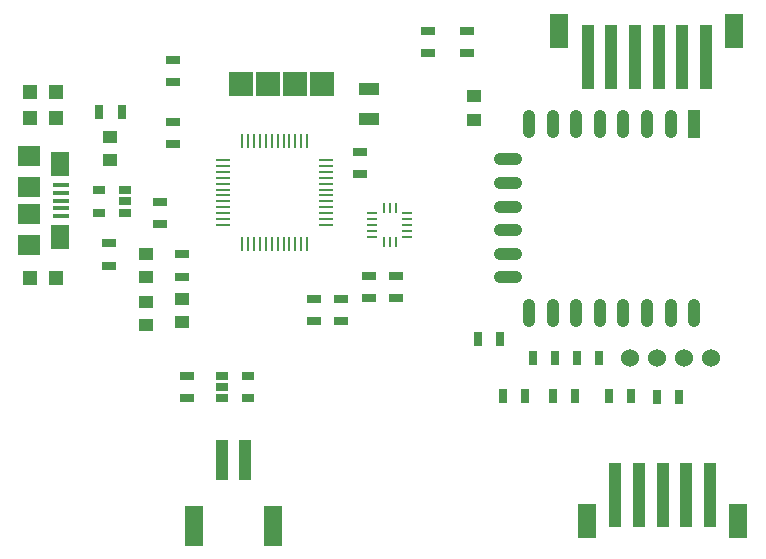
<source format=gbr>
G04 #@! TF.FileFunction,Paste,Top*
%FSLAX46Y46*%
G04 Gerber Fmt 4.6, Leading zero omitted, Abs format (unit mm)*
G04 Created by KiCad (PCBNEW 4.0.2-stable) date 5/22/2017 10:32:32 AM*
%MOMM*%
G01*
G04 APERTURE LIST*
%ADD10C,0.100000*%
%ADD11O,2.400000X1.100000*%
%ADD12R,1.100000X2.400000*%
%ADD13O,1.100000X2.400000*%
%ADD14R,0.700000X1.300000*%
%ADD15R,0.250000X1.300000*%
%ADD16R,1.300000X0.250000*%
%ADD17R,1.300000X0.700000*%
%ADD18R,0.850000X0.250000*%
%ADD19R,0.250000X0.850000*%
%ADD20R,1.800000X1.000000*%
%ADD21R,1.250000X1.000000*%
%ADD22R,1.060000X0.650000*%
%ADD23R,1.500000X3.400000*%
%ADD24R,1.000000X3.500000*%
%ADD25R,1.900000X1.800000*%
%ADD26R,1.350000X0.400000*%
%ADD27R,1.600000X2.100000*%
%ADD28R,1.200000X1.200000*%
%ADD29R,1.000000X5.500000*%
%ADD30R,1.600000X3.000000*%
%ADD31R,2.000000X2.000000*%
%ADD32C,1.524000*%
G04 APERTURE END LIST*
D10*
D11*
X147025000Y-63440000D03*
X147025000Y-65440000D03*
X147025000Y-67440000D03*
X147025000Y-69440000D03*
X147025000Y-71440000D03*
X147025000Y-73440000D03*
D12*
X162775000Y-60450000D03*
D13*
X160775000Y-60450000D03*
X158775000Y-60450000D03*
X156775000Y-60450000D03*
X154775000Y-60450000D03*
X152775000Y-60450000D03*
X150775000Y-60450000D03*
X148775000Y-60450000D03*
X148775000Y-76450000D03*
X150775000Y-76450000D03*
X152775000Y-76450000D03*
X154775000Y-76450000D03*
X156775000Y-76450000D03*
X158775000Y-76450000D03*
X160775000Y-76450000D03*
X162775000Y-76450000D03*
D14*
X152825000Y-80275000D03*
X154725000Y-80275000D03*
D15*
X130000000Y-61900000D03*
X129500000Y-61900000D03*
X129000000Y-61900000D03*
X128500000Y-61900000D03*
X128000000Y-61900000D03*
X127500000Y-61900000D03*
X127000000Y-61900000D03*
X126500000Y-61900000D03*
X126000000Y-61900000D03*
X125500000Y-61900000D03*
X125000000Y-61900000D03*
X124500000Y-61900000D03*
D16*
X122900000Y-63500000D03*
X122900000Y-64000000D03*
X122900000Y-64500000D03*
X122900000Y-65000000D03*
X122900000Y-65500000D03*
X122900000Y-66000000D03*
X122900000Y-66500000D03*
X122900000Y-67000000D03*
X122900000Y-67500000D03*
X122900000Y-68000000D03*
X122900000Y-68500000D03*
X122900000Y-69000000D03*
D15*
X124500000Y-70600000D03*
X125000000Y-70600000D03*
X125500000Y-70600000D03*
X126000000Y-70600000D03*
X126500000Y-70600000D03*
X127000000Y-70600000D03*
X127500000Y-70600000D03*
X128000000Y-70600000D03*
X128500000Y-70600000D03*
X129000000Y-70600000D03*
X129500000Y-70600000D03*
X130000000Y-70600000D03*
D16*
X131600000Y-69000000D03*
X131600000Y-68500000D03*
X131600000Y-68000000D03*
X131600000Y-67500000D03*
X131600000Y-67000000D03*
X131600000Y-66500000D03*
X131600000Y-66000000D03*
X131600000Y-65500000D03*
X131600000Y-65000000D03*
X131600000Y-64500000D03*
X131600000Y-64000000D03*
X131600000Y-63500000D03*
D17*
X134500000Y-62800000D03*
X134500000Y-64700000D03*
X117500000Y-67050000D03*
X117500000Y-68950000D03*
X143500000Y-52550000D03*
X143500000Y-54450000D03*
X140250000Y-52550000D03*
X140250000Y-54450000D03*
D14*
X146550000Y-83500000D03*
X148450000Y-83500000D03*
X152700000Y-83500000D03*
X150800000Y-83500000D03*
D17*
X119438000Y-71490000D03*
X119438000Y-73390000D03*
X113250000Y-72450000D03*
X113250000Y-70550000D03*
D14*
X159575000Y-83575000D03*
X161475000Y-83575000D03*
D17*
X135250000Y-75200000D03*
X135250000Y-73300000D03*
X137500000Y-75200000D03*
X137500000Y-73300000D03*
D14*
X149100000Y-80275000D03*
X151000000Y-80275000D03*
X155550000Y-83500000D03*
X157450000Y-83500000D03*
X144450000Y-78650000D03*
X146350000Y-78650000D03*
D18*
X135525000Y-68000000D03*
X135525000Y-68500000D03*
X135525000Y-69000000D03*
X135525000Y-69500000D03*
X135525000Y-70000000D03*
D19*
X136500000Y-70475000D03*
X137000000Y-70475000D03*
X137500000Y-70475000D03*
D18*
X138475000Y-70000000D03*
X138475000Y-69500000D03*
X138475000Y-69000000D03*
X138475000Y-68500000D03*
X138475000Y-68000000D03*
D19*
X137500000Y-67525000D03*
X137000000Y-67525000D03*
X136500000Y-67525000D03*
D20*
X135250000Y-60000000D03*
X135250000Y-57500000D03*
D21*
X116390000Y-77504000D03*
X116390000Y-75504000D03*
D17*
X119850000Y-83650000D03*
X119850000Y-81750000D03*
D22*
X122750000Y-81750000D03*
X122750000Y-82700000D03*
X122750000Y-83650000D03*
X124950000Y-83650000D03*
X124950000Y-81750000D03*
D23*
X127100000Y-94450000D03*
D24*
X124750000Y-88900000D03*
X122750000Y-88900000D03*
D23*
X120400000Y-94450000D03*
D21*
X113342000Y-61534000D03*
X113342000Y-63534000D03*
D25*
X106485000Y-70731500D03*
X106485000Y-63131500D03*
X106485000Y-68081500D03*
D26*
X109160000Y-68231500D03*
X109160000Y-67581500D03*
X109160000Y-66931500D03*
X109160000Y-66281500D03*
X109160000Y-65631500D03*
D27*
X109035000Y-63831500D03*
X109035000Y-70031500D03*
D25*
X106485000Y-65781500D03*
D21*
X119438000Y-75250000D03*
X119438000Y-77250000D03*
X116390000Y-73440000D03*
X116390000Y-71440000D03*
D28*
X108700000Y-57700000D03*
X106500000Y-57700000D03*
X108700000Y-73450000D03*
X106500000Y-73450000D03*
X108700000Y-59950000D03*
X106500000Y-59950000D03*
D29*
X164100000Y-91825000D03*
X162100000Y-91825000D03*
X160100000Y-91825000D03*
X158100000Y-91825000D03*
X156100000Y-91825000D03*
D30*
X166500000Y-94075000D03*
X153700000Y-94075000D03*
D17*
X118600000Y-60250000D03*
X118600000Y-62150000D03*
X118600000Y-55000000D03*
X118600000Y-56900000D03*
D14*
X112400000Y-59450000D03*
X114300000Y-59450000D03*
D17*
X130600000Y-77150000D03*
X130600000Y-75250000D03*
X132850000Y-77150000D03*
X132850000Y-75250000D03*
D22*
X114600000Y-67950000D03*
X114600000Y-67000000D03*
X114600000Y-66050000D03*
X112400000Y-66050000D03*
X112400000Y-67950000D03*
D31*
X124385000Y-57050000D03*
X126671000Y-57050000D03*
X128957000Y-57050000D03*
X131243000Y-57050000D03*
D32*
X164194000Y-80275000D03*
X161908000Y-80275000D03*
X159622000Y-80275000D03*
X157336000Y-80275000D03*
D21*
X144125000Y-58075000D03*
X144125000Y-60075000D03*
D29*
X153750000Y-54800000D03*
X155750000Y-54800000D03*
X157750000Y-54800000D03*
X159750000Y-54800000D03*
X161750000Y-54800000D03*
X163750000Y-54800000D03*
D30*
X151350000Y-52550000D03*
X166150000Y-52550000D03*
M02*

</source>
